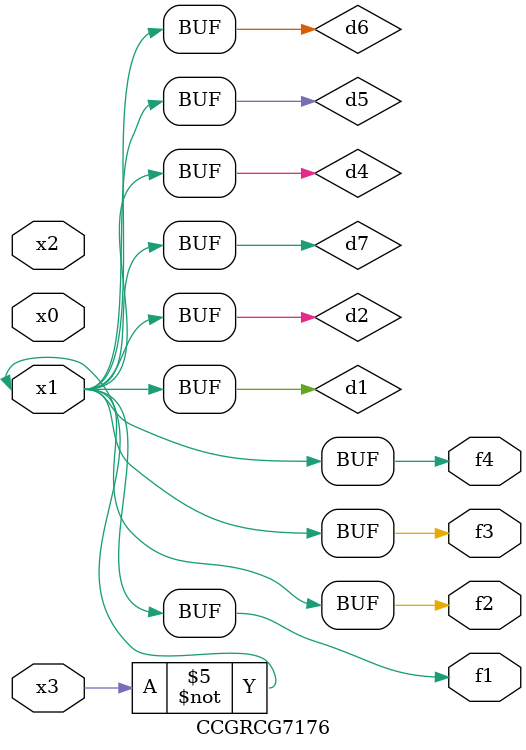
<source format=v>
module CCGRCG7176(
	input x0, x1, x2, x3,
	output f1, f2, f3, f4
);

	wire d1, d2, d3, d4, d5, d6, d7;

	not (d1, x3);
	buf (d2, x1);
	xnor (d3, d1, d2);
	nor (d4, d1);
	buf (d5, d1, d2);
	buf (d6, d4, d5);
	nand (d7, d4);
	assign f1 = d6;
	assign f2 = d7;
	assign f3 = d6;
	assign f4 = d6;
endmodule

</source>
